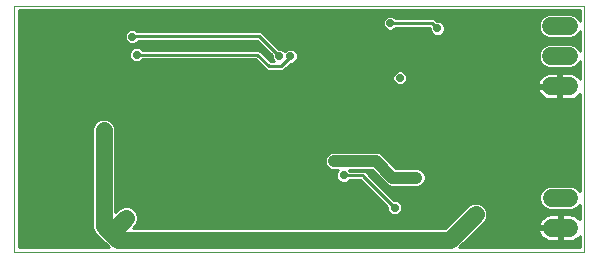
<source format=gbl>
G75*
G70*
%OFA0B0*%
%FSLAX24Y24*%
%IPPOS*%
%LPD*%
%AMOC8*
5,1,8,0,0,1.08239X$1,22.5*
%
%ADD10C,0.0000*%
%ADD11C,0.0594*%
%ADD12C,0.0277*%
%ADD13C,0.0100*%
%ADD14C,0.0356*%
%ADD15C,0.0560*%
%ADD16C,0.0400*%
D10*
X001043Y000625D02*
X001043Y008833D01*
X020042Y008833D01*
X020042Y000625D01*
X001043Y000625D01*
D11*
X018953Y001425D02*
X019546Y001425D01*
X019546Y002425D02*
X018953Y002425D01*
X018928Y006150D02*
X019521Y006150D01*
X019521Y007150D02*
X018928Y007150D01*
X018928Y008150D02*
X019521Y008150D01*
D12*
X015824Y007950D03*
X015149Y008075D03*
X014574Y008500D03*
X013574Y008250D03*
X013899Y008000D03*
X013199Y007125D03*
X013899Y006425D03*
X013249Y005975D03*
X014724Y005850D03*
X015724Y006350D03*
X015399Y004300D03*
X013824Y003675D03*
X012099Y003650D03*
X011699Y003650D03*
X012024Y003175D03*
X010499Y003800D03*
X011499Y004200D03*
X008149Y004250D03*
X005374Y003600D03*
X007899Y002675D03*
X006624Y002275D03*
X005774Y002400D03*
X006249Y001775D03*
X013724Y002100D03*
X013824Y001575D03*
X015024Y001575D03*
X019149Y003250D03*
X019524Y003250D03*
X010249Y007150D03*
X009874Y007150D03*
X007474Y008100D03*
X005849Y008475D03*
X004974Y007800D03*
X005124Y007200D03*
X005349Y006150D03*
X003174Y005575D03*
X002774Y005575D03*
D13*
X003803Y005006D02*
X003947Y005065D01*
X004102Y005065D01*
X004245Y005006D01*
X004355Y004896D01*
X004414Y004753D01*
X004414Y001942D01*
X004553Y002081D01*
X004697Y002140D01*
X004852Y002140D01*
X004995Y002081D01*
X005105Y001971D01*
X005164Y001828D01*
X005164Y001672D01*
X005105Y001529D01*
X004991Y001415D01*
X015413Y001415D01*
X016203Y002206D01*
X016347Y002265D01*
X016502Y002265D01*
X016645Y002206D01*
X016755Y002096D01*
X016814Y001953D01*
X016814Y001797D01*
X016755Y001654D01*
X015905Y000804D01*
X015876Y000775D01*
X019892Y000775D01*
X019892Y001141D01*
X019887Y001134D01*
X019837Y001084D01*
X019780Y001043D01*
X019718Y001011D01*
X019651Y000989D01*
X019581Y000978D01*
X019298Y000978D01*
X019298Y001377D01*
X019201Y001377D01*
X018508Y001377D01*
X018517Y001320D01*
X018538Y001253D01*
X018570Y001191D01*
X018612Y001134D01*
X018661Y001084D01*
X018718Y001043D01*
X018781Y001011D01*
X018848Y000989D01*
X018917Y000978D01*
X019201Y000978D01*
X019201Y001377D01*
X019201Y001473D01*
X018508Y001473D01*
X018517Y001530D01*
X018538Y001597D01*
X018570Y001659D01*
X018612Y001716D01*
X018661Y001766D01*
X018718Y001807D01*
X018781Y001839D01*
X018848Y001861D01*
X018917Y001872D01*
X019201Y001872D01*
X019201Y001473D01*
X019298Y001473D01*
X019298Y001872D01*
X019581Y001872D01*
X019651Y001861D01*
X019718Y001839D01*
X019780Y001807D01*
X019837Y001766D01*
X019887Y001716D01*
X019892Y001709D01*
X019892Y002198D01*
X019891Y002195D01*
X019777Y002080D01*
X019627Y002018D01*
X018872Y002018D01*
X018722Y002080D01*
X018608Y002195D01*
X018546Y002344D01*
X018546Y002506D01*
X018608Y002655D01*
X018722Y002770D01*
X018872Y002832D01*
X019627Y002832D01*
X019777Y002770D01*
X019891Y002655D01*
X019892Y002652D01*
X019892Y005901D01*
X019862Y005859D01*
X019812Y005809D01*
X019755Y005768D01*
X019693Y005736D01*
X019626Y005714D01*
X019556Y005703D01*
X019273Y005703D01*
X019273Y006102D01*
X019176Y006102D01*
X018483Y006102D01*
X018492Y006045D01*
X018513Y005978D01*
X018545Y005916D01*
X018587Y005859D01*
X018636Y005809D01*
X018693Y005768D01*
X018756Y005736D01*
X018823Y005714D01*
X018892Y005703D01*
X019176Y005703D01*
X019176Y006102D01*
X019176Y006198D01*
X018483Y006198D01*
X018492Y006255D01*
X018513Y006322D01*
X018545Y006384D01*
X018587Y006441D01*
X018636Y006491D01*
X018693Y006532D01*
X018756Y006564D01*
X018823Y006586D01*
X018892Y006597D01*
X019176Y006597D01*
X019176Y006198D01*
X019273Y006198D01*
X019273Y006597D01*
X019556Y006597D01*
X019626Y006586D01*
X019693Y006564D01*
X019755Y006532D01*
X019812Y006491D01*
X019862Y006441D01*
X019892Y006399D01*
X019892Y006983D01*
X019866Y006920D01*
X019752Y006805D01*
X019602Y006743D01*
X018847Y006743D01*
X018697Y006805D01*
X018583Y006920D01*
X018521Y007069D01*
X018521Y007231D01*
X018583Y007380D01*
X018697Y007495D01*
X018847Y007557D01*
X019602Y007557D01*
X019752Y007495D01*
X019866Y007380D01*
X019892Y007317D01*
X019892Y007983D01*
X019866Y007920D01*
X019752Y007805D01*
X019602Y007743D01*
X018847Y007743D01*
X018697Y007805D01*
X018583Y007920D01*
X018521Y008069D01*
X015398Y008069D01*
X015398Y008026D02*
X015398Y008124D01*
X015360Y008216D01*
X015290Y008286D01*
X015199Y008324D01*
X015127Y008324D01*
X015041Y008410D01*
X013766Y008410D01*
X013715Y008461D01*
X013624Y008499D01*
X013525Y008499D01*
X013433Y008461D01*
X013363Y008391D01*
X013326Y008299D01*
X013326Y008201D01*
X013363Y008109D01*
X013433Y008039D01*
X013525Y008001D01*
X013624Y008001D01*
X013715Y008039D01*
X013766Y008090D01*
X014901Y008090D01*
X014901Y008026D01*
X014938Y007934D01*
X015008Y007864D01*
X015100Y007826D01*
X015199Y007826D01*
X015290Y007864D01*
X015360Y007934D01*
X015398Y008026D01*
X015375Y007971D02*
X018561Y007971D01*
X018521Y008069D02*
X018521Y008231D01*
X018583Y008380D01*
X018697Y008495D01*
X018847Y008557D01*
X019602Y008557D01*
X019752Y008495D01*
X019866Y008380D01*
X019892Y008317D01*
X019892Y008683D01*
X001193Y008683D01*
X001193Y000775D01*
X004198Y000775D01*
X004053Y000919D01*
X003944Y001029D01*
X003694Y001279D01*
X003634Y001422D01*
X003634Y004753D01*
X003694Y004896D01*
X003803Y005006D01*
X003827Y005016D02*
X001193Y005016D01*
X001193Y005114D02*
X019892Y005114D01*
X019892Y005016D02*
X004221Y005016D01*
X004334Y004917D02*
X019892Y004917D01*
X019892Y004819D02*
X004387Y004819D01*
X004414Y004720D02*
X019892Y004720D01*
X019892Y004622D02*
X004414Y004622D01*
X004414Y004523D02*
X019892Y004523D01*
X019892Y004425D02*
X004414Y004425D01*
X004414Y004326D02*
X019892Y004326D01*
X019892Y004228D02*
X004414Y004228D01*
X004414Y004129D02*
X019892Y004129D01*
X019892Y004031D02*
X004414Y004031D01*
X004414Y003932D02*
X011570Y003932D01*
X011524Y003913D02*
X011437Y003826D01*
X011389Y003712D01*
X011389Y003588D01*
X011437Y003474D01*
X011524Y003387D01*
X011638Y003340D01*
X011838Y003340D01*
X011813Y003316D01*
X011776Y003224D01*
X011776Y003126D01*
X011813Y003034D01*
X011883Y002964D01*
X011975Y002926D01*
X012074Y002926D01*
X012165Y002964D01*
X012216Y003015D01*
X012583Y003015D01*
X013476Y002122D01*
X013476Y002051D01*
X013513Y001959D01*
X013583Y001889D01*
X013675Y001851D01*
X013774Y001851D01*
X013865Y001889D01*
X013935Y001959D01*
X013973Y002051D01*
X013973Y002149D01*
X013935Y002241D01*
X013865Y002311D01*
X013774Y002349D01*
X013702Y002349D01*
X012834Y003216D01*
X012834Y003241D01*
X012741Y003335D01*
X012216Y003335D01*
X012211Y003340D01*
X012971Y003340D01*
X013387Y002924D01*
X013474Y002837D01*
X013588Y002790D01*
X014511Y002790D01*
X014625Y002837D01*
X014712Y002924D01*
X014759Y003038D01*
X014759Y003162D01*
X014712Y003276D01*
X014625Y003363D01*
X014511Y003410D01*
X013778Y003410D01*
X013275Y003913D01*
X013161Y003960D01*
X011638Y003960D01*
X011524Y003913D01*
X011444Y003834D02*
X004414Y003834D01*
X004414Y003735D02*
X011399Y003735D01*
X011389Y003637D02*
X004414Y003637D01*
X004414Y003538D02*
X011410Y003538D01*
X011471Y003440D02*
X004414Y003440D01*
X004414Y003341D02*
X011635Y003341D01*
X011783Y003243D02*
X004414Y003243D01*
X004414Y003144D02*
X011776Y003144D01*
X011809Y003046D02*
X004414Y003046D01*
X004414Y002947D02*
X011925Y002947D01*
X012124Y002947D02*
X012651Y002947D01*
X012750Y002849D02*
X004414Y002849D01*
X004414Y002750D02*
X012848Y002750D01*
X012947Y002651D02*
X004414Y002651D01*
X004414Y002553D02*
X013045Y002553D01*
X013144Y002454D02*
X004414Y002454D01*
X004414Y002356D02*
X013242Y002356D01*
X013341Y002257D02*
X004414Y002257D01*
X004414Y002159D02*
X013439Y002159D01*
X013476Y002060D02*
X005015Y002060D01*
X005109Y001962D02*
X013512Y001962D01*
X013645Y001863D02*
X005149Y001863D01*
X005164Y001765D02*
X015763Y001765D01*
X015861Y001863D02*
X013803Y001863D01*
X013936Y001962D02*
X015960Y001962D01*
X016058Y002060D02*
X013973Y002060D01*
X013969Y002159D02*
X016157Y002159D01*
X016329Y002257D02*
X013919Y002257D01*
X013695Y002356D02*
X018546Y002356D01*
X018546Y002454D02*
X013596Y002454D01*
X013498Y002553D02*
X018565Y002553D01*
X018606Y002651D02*
X013399Y002651D01*
X013301Y002750D02*
X018702Y002750D01*
X018582Y002257D02*
X016520Y002257D01*
X016692Y002159D02*
X018643Y002159D01*
X018769Y002060D02*
X016770Y002060D01*
X016810Y001962D02*
X019892Y001962D01*
X019892Y002060D02*
X019729Y002060D01*
X019856Y002159D02*
X019892Y002159D01*
X019892Y001863D02*
X019634Y001863D01*
X019838Y001765D02*
X019892Y001765D01*
X019298Y001765D02*
X019201Y001765D01*
X019201Y001863D02*
X019298Y001863D01*
X018865Y001863D02*
X016814Y001863D01*
X016801Y001765D02*
X018661Y001765D01*
X018576Y001666D02*
X016760Y001666D01*
X016669Y001568D02*
X018529Y001568D01*
X018509Y001371D02*
X016472Y001371D01*
X016570Y001469D02*
X019201Y001469D01*
X019201Y001371D02*
X019298Y001371D01*
X019298Y001272D02*
X019201Y001272D01*
X019201Y001174D02*
X019298Y001174D01*
X019298Y001075D02*
X019201Y001075D01*
X018673Y001075D02*
X016176Y001075D01*
X016078Y000977D02*
X019892Y000977D01*
X019892Y001075D02*
X019825Y001075D01*
X019892Y000878D02*
X015979Y000878D01*
X015881Y000780D02*
X019892Y000780D01*
X018583Y001174D02*
X016275Y001174D01*
X016373Y001272D02*
X018532Y001272D01*
X019201Y001568D02*
X019298Y001568D01*
X019298Y001666D02*
X019201Y001666D01*
X019797Y002750D02*
X019892Y002750D01*
X019892Y002849D02*
X014636Y002849D01*
X014722Y002947D02*
X019892Y002947D01*
X019892Y003046D02*
X014759Y003046D01*
X014759Y003144D02*
X019892Y003144D01*
X019892Y003243D02*
X014726Y003243D01*
X014647Y003341D02*
X019892Y003341D01*
X019892Y003440D02*
X013748Y003440D01*
X013650Y003538D02*
X019892Y003538D01*
X019892Y003637D02*
X013551Y003637D01*
X013453Y003735D02*
X019892Y003735D01*
X019892Y003834D02*
X013354Y003834D01*
X013229Y003932D02*
X019892Y003932D01*
X019892Y005213D02*
X001193Y005213D01*
X001193Y005311D02*
X019892Y005311D01*
X019892Y005410D02*
X001193Y005410D01*
X001193Y005508D02*
X019892Y005508D01*
X019892Y005607D02*
X001193Y005607D01*
X001193Y005705D02*
X018881Y005705D01*
X018644Y005804D02*
X001193Y005804D01*
X001193Y005902D02*
X018555Y005902D01*
X018506Y006001D02*
X001193Y006001D01*
X001193Y006099D02*
X018483Y006099D01*
X018505Y006296D02*
X014115Y006296D01*
X014110Y006284D02*
X014148Y006376D01*
X014148Y006474D01*
X014110Y006566D01*
X014040Y006636D01*
X013949Y006674D01*
X013850Y006674D01*
X013758Y006636D01*
X013688Y006566D01*
X013651Y006474D01*
X013651Y006376D01*
X013688Y006284D01*
X013758Y006214D01*
X013850Y006176D01*
X013949Y006176D01*
X014040Y006214D01*
X014110Y006284D01*
X014148Y006395D02*
X018553Y006395D01*
X018639Y006493D02*
X014140Y006493D01*
X014085Y006592D02*
X018859Y006592D01*
X019176Y006592D02*
X019273Y006592D01*
X019273Y006493D02*
X019176Y006493D01*
X019176Y006395D02*
X019273Y006395D01*
X019273Y006296D02*
X019176Y006296D01*
X019176Y006198D02*
X014000Y006198D01*
X013799Y006198D02*
X001193Y006198D01*
X001193Y006296D02*
X013684Y006296D01*
X013651Y006395D02*
X001193Y006395D01*
X001193Y006493D02*
X013658Y006493D01*
X013714Y006592D02*
X001193Y006592D01*
X001193Y006690D02*
X009433Y006690D01*
X009458Y006665D02*
X010016Y006665D01*
X010109Y006759D01*
X010252Y006901D01*
X010299Y006901D01*
X010390Y006939D01*
X010460Y007009D01*
X010498Y007101D01*
X010498Y007199D01*
X010460Y007291D01*
X010390Y007361D01*
X010299Y007399D01*
X010200Y007399D01*
X010108Y007361D01*
X010062Y007314D01*
X010015Y007361D01*
X009924Y007399D01*
X009852Y007399D01*
X009359Y007891D01*
X009359Y007891D01*
X009266Y007985D01*
X005141Y007985D01*
X005115Y008011D01*
X005024Y008049D01*
X004925Y008049D01*
X004833Y008011D01*
X004763Y007941D01*
X004726Y007849D01*
X004726Y007751D01*
X004763Y007659D01*
X004833Y007589D01*
X004925Y007551D01*
X005024Y007551D01*
X005115Y007589D01*
X005185Y007659D01*
X005188Y007665D01*
X009133Y007665D01*
X009626Y007172D01*
X009626Y007101D01*
X009663Y007009D01*
X009688Y006985D01*
X009591Y006985D01*
X009216Y007360D01*
X005316Y007360D01*
X005265Y007411D01*
X005174Y007449D01*
X005075Y007449D01*
X004983Y007411D01*
X004913Y007341D01*
X004876Y007249D01*
X004876Y007151D01*
X004913Y007059D01*
X004983Y006989D01*
X005075Y006951D01*
X005174Y006951D01*
X005265Y006989D01*
X005316Y007040D01*
X009083Y007040D01*
X009458Y006665D01*
X009335Y006789D02*
X001193Y006789D01*
X001193Y006887D02*
X009236Y006887D01*
X009138Y006986D02*
X005257Y006986D01*
X004992Y006986D02*
X001193Y006986D01*
X001193Y007084D02*
X004903Y007084D01*
X004876Y007183D02*
X001193Y007183D01*
X001193Y007281D02*
X004889Y007281D01*
X004952Y007380D02*
X001193Y007380D01*
X001193Y007478D02*
X009320Y007478D01*
X009222Y007577D02*
X005085Y007577D01*
X004864Y007577D02*
X001193Y007577D01*
X001193Y007675D02*
X004757Y007675D01*
X004726Y007774D02*
X001193Y007774D01*
X001193Y007872D02*
X004735Y007872D01*
X004793Y007971D02*
X001193Y007971D01*
X001193Y008069D02*
X013404Y008069D01*
X013339Y008168D02*
X001193Y008168D01*
X001193Y008266D02*
X013326Y008266D01*
X013353Y008365D02*
X001193Y008365D01*
X001193Y008463D02*
X013439Y008463D01*
X013710Y008463D02*
X018665Y008463D01*
X018576Y008365D02*
X015086Y008365D01*
X014974Y008250D02*
X013574Y008250D01*
X013745Y008069D02*
X014901Y008069D01*
X014923Y007971D02*
X009280Y007971D01*
X009379Y007872D02*
X015001Y007872D01*
X015298Y007872D02*
X018630Y007872D01*
X018773Y007774D02*
X009477Y007774D01*
X009576Y007675D02*
X019892Y007675D01*
X019892Y007577D02*
X009674Y007577D01*
X009773Y007478D02*
X018680Y007478D01*
X018582Y007380D02*
X010345Y007380D01*
X010464Y007281D02*
X018541Y007281D01*
X018521Y007183D02*
X010498Y007183D01*
X010491Y007084D02*
X018521Y007084D01*
X018555Y006986D02*
X010437Y006986D01*
X010238Y006887D02*
X018615Y006887D01*
X018737Y006789D02*
X010139Y006789D01*
X010041Y006690D02*
X019892Y006690D01*
X019892Y006592D02*
X019590Y006592D01*
X019809Y006493D02*
X019892Y006493D01*
X019892Y006789D02*
X019712Y006789D01*
X019834Y006887D02*
X019892Y006887D01*
X019867Y007380D02*
X019892Y007380D01*
X019892Y007478D02*
X019769Y007478D01*
X019675Y007774D02*
X019892Y007774D01*
X019892Y007872D02*
X019819Y007872D01*
X019887Y007971D02*
X019892Y007971D01*
X019873Y008365D02*
X019892Y008365D01*
X019892Y008463D02*
X019784Y008463D01*
X019892Y008562D02*
X001193Y008562D01*
X001193Y008660D02*
X019892Y008660D01*
X018535Y008266D02*
X015310Y008266D01*
X015380Y008168D02*
X018521Y008168D01*
X015149Y008075D02*
X014974Y008250D01*
X010249Y007150D02*
X010249Y007125D01*
X009949Y006825D01*
X009524Y006825D01*
X009149Y007200D01*
X005124Y007200D01*
X005297Y007380D02*
X009419Y007380D01*
X009517Y007281D02*
X009295Y007281D01*
X009393Y007183D02*
X009616Y007183D01*
X009632Y007084D02*
X009492Y007084D01*
X009590Y006986D02*
X009687Y006986D01*
X009874Y007150D02*
X009199Y007825D01*
X004999Y007825D01*
X004974Y007800D01*
X009970Y007380D02*
X010153Y007380D01*
X003715Y004917D02*
X001193Y004917D01*
X001193Y004819D02*
X003662Y004819D01*
X003634Y004720D02*
X001193Y004720D01*
X001193Y004622D02*
X003634Y004622D01*
X003634Y004523D02*
X001193Y004523D01*
X001193Y004425D02*
X003634Y004425D01*
X003634Y004326D02*
X001193Y004326D01*
X001193Y004228D02*
X003634Y004228D01*
X003634Y004129D02*
X001193Y004129D01*
X001193Y004031D02*
X003634Y004031D01*
X003634Y003932D02*
X001193Y003932D01*
X001193Y003834D02*
X003634Y003834D01*
X003634Y003735D02*
X001193Y003735D01*
X001193Y003637D02*
X003634Y003637D01*
X003634Y003538D02*
X001193Y003538D01*
X001193Y003440D02*
X003634Y003440D01*
X003634Y003341D02*
X001193Y003341D01*
X001193Y003243D02*
X003634Y003243D01*
X003634Y003144D02*
X001193Y003144D01*
X001193Y003046D02*
X003634Y003046D01*
X003634Y002947D02*
X001193Y002947D01*
X001193Y002849D02*
X003634Y002849D01*
X003634Y002750D02*
X001193Y002750D01*
X001193Y002651D02*
X003634Y002651D01*
X003634Y002553D02*
X001193Y002553D01*
X001193Y002454D02*
X003634Y002454D01*
X003634Y002356D02*
X001193Y002356D01*
X001193Y002257D02*
X003634Y002257D01*
X003634Y002159D02*
X001193Y002159D01*
X001193Y002060D02*
X003634Y002060D01*
X003634Y001962D02*
X001193Y001962D01*
X001193Y001863D02*
X003634Y001863D01*
X003634Y001765D02*
X001193Y001765D01*
X001193Y001666D02*
X003634Y001666D01*
X003634Y001568D02*
X001193Y001568D01*
X001193Y001469D02*
X003634Y001469D01*
X003656Y001371D02*
X001193Y001371D01*
X001193Y001272D02*
X003700Y001272D01*
X003799Y001174D02*
X001193Y001174D01*
X001193Y001075D02*
X003897Y001075D01*
X003996Y000977D02*
X001193Y000977D01*
X001193Y000878D02*
X004094Y000878D01*
X004193Y000780D02*
X001193Y000780D01*
X004414Y001962D02*
X004435Y001962D01*
X004414Y002060D02*
X004533Y002060D01*
X005162Y001666D02*
X015664Y001666D01*
X015566Y001568D02*
X005121Y001568D01*
X005045Y001469D02*
X015467Y001469D01*
X013724Y002100D02*
X012674Y003150D01*
X012674Y003175D01*
X012024Y003175D01*
X012833Y003243D02*
X013068Y003243D01*
X013167Y003144D02*
X012907Y003144D01*
X013005Y003046D02*
X013265Y003046D01*
X013364Y002947D02*
X013104Y002947D01*
X013202Y002849D02*
X013462Y002849D01*
X019176Y005705D02*
X019273Y005705D01*
X019273Y005804D02*
X019176Y005804D01*
X019176Y005902D02*
X019273Y005902D01*
X019273Y006001D02*
X019176Y006001D01*
X019176Y006099D02*
X019273Y006099D01*
X019805Y005804D02*
X019892Y005804D01*
X019892Y005705D02*
X019568Y005705D01*
D14*
X014449Y003100D03*
X016424Y001875D03*
X004774Y001750D03*
X003124Y002375D03*
X004024Y004675D03*
D15*
X004024Y001500D01*
X004274Y001250D01*
X004774Y001750D01*
X004274Y001250D02*
X004499Y001025D01*
X015574Y001025D01*
X016424Y001875D01*
D16*
X014449Y003100D02*
X013649Y003100D01*
X013099Y003650D01*
X011699Y003650D01*
M02*

</source>
